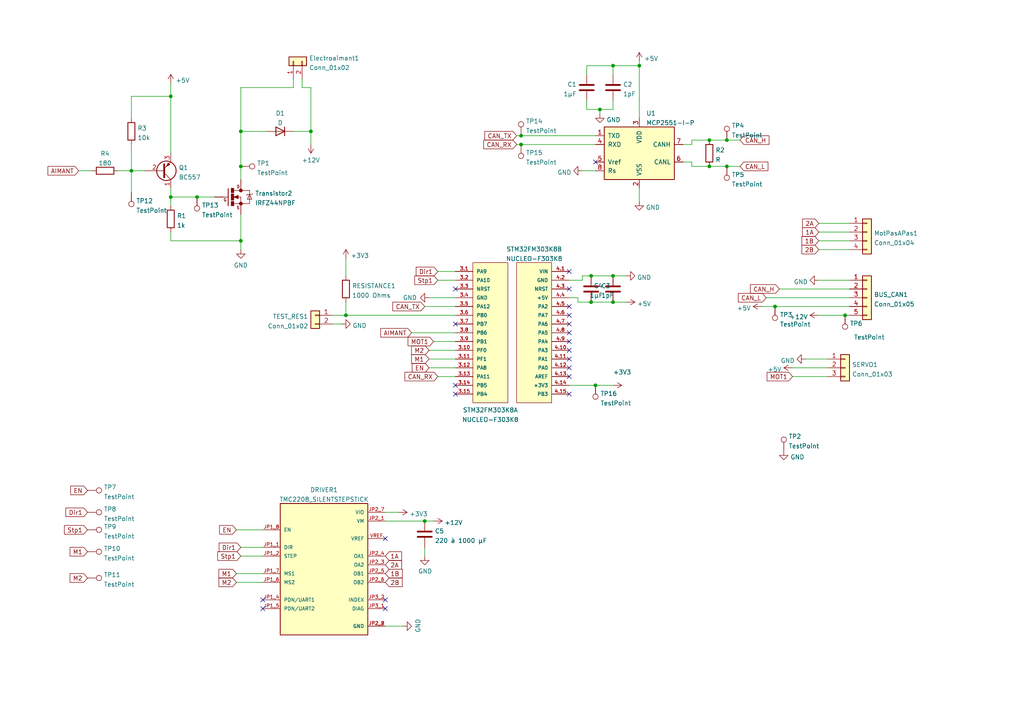
<source format=kicad_sch>
(kicad_sch (version 20211123) (generator eeschema)
  (paper "A4")
  (lib_symbols
    (symbol "Connector:TestPoint" (pin_numbers hide) (pin_names (offset 0.762) hide)
      (property "Reference" "TP" (at 0 6.858 0))
      (property "Value" "TestPoint" (at 0 5.08 0))
      (symbol "TestPoint_0_1"
        (circle (center 0 3.302) (radius 0.762))
      )
      (symbol "TestPoint_1_1"
        (pin passive line (at 0 0 90) (length 2.54) (name "1") (number "1"))
      )
    )
    (symbol "Connector_Generic:Conn_01x02" (pin_names (offset 1.016) hide)
      (property "Reference" "J" (at 0 2.54 0))
      (property "Value" "Conn_01x02" (at 0 -5.08 0))
      (symbol "Conn_01x02_1_1"
        (rectangle (start -1.27 -2.413) (end 0 -2.667) (stroke (width 0.1524)))
        (rectangle (start -1.27 0.127) (end 0 -0.127) (stroke (width 0.1524)))
        (rectangle (start -1.27 1.27) (end 1.27 -3.81) (stroke (width 0.254)) (fill (type background)))
        (pin passive line (at -5.08 0 0) (length 3.81) (name "Pin_1") (number "1"))
        (pin passive line (at -5.08 -2.54 0) (length 3.81) (name "Pin_2") (number "2"))
      )
    )
    (symbol "Connector_Generic:Conn_01x03" (pin_names (offset 1.016) hide)
      (property "Reference" "J" (at 0 5.08 0))
      (property "Value" "Conn_01x03" (at 0 -5.08 0))
      (symbol "Conn_01x03_1_1"
        (rectangle (start -1.27 -2.413) (end 0 -2.667) (stroke (width 0.1524)))
        (rectangle (start -1.27 0.127) (end 0 -0.127) (stroke (width 0.1524)))
        (rectangle (start -1.27 2.667) (end 0 2.413) (stroke (width 0.1524)))
        (rectangle (start -1.27 3.81) (end 1.27 -3.81) (stroke (width 0.254)) (fill (type background)))
        (pin passive line (at -5.08 2.54 0) (length 3.81) (name "Pin_1") (number "1"))
        (pin passive line (at -5.08 0 0) (length 3.81) (name "Pin_2") (number "2"))
        (pin passive line (at -5.08 -2.54 0) (length 3.81) (name "Pin_3") (number "3"))
      )
    )
    (symbol "Connector_Generic:Conn_01x04" (pin_names (offset 1.016) hide)
      (property "Reference" "J" (at 0 5.08 0))
      (property "Value" "Conn_01x04" (at 0 -7.62 0))
      (symbol "Conn_01x04_1_1"
        (rectangle (start -1.27 -4.953) (end 0 -5.207) (stroke (width 0.1524)))
        (rectangle (start -1.27 -2.413) (end 0 -2.667) (stroke (width 0.1524)))
        (rectangle (start -1.27 0.127) (end 0 -0.127) (stroke (width 0.1524)))
        (rectangle (start -1.27 2.667) (end 0 2.413) (stroke (width 0.1524)))
        (rectangle (start -1.27 3.81) (end 1.27 -6.35) (stroke (width 0.254)) (fill (type background)))
        (pin passive line (at -5.08 2.54 0) (length 3.81) (name "Pin_1") (number "1"))
        (pin passive line (at -5.08 0 0) (length 3.81) (name "Pin_2") (number "2"))
        (pin passive line (at -5.08 -2.54 0) (length 3.81) (name "Pin_3") (number "3"))
        (pin passive line (at -5.08 -5.08 0) (length 3.81) (name "Pin_4") (number "4"))
      )
    )
    (symbol "Connector_Generic:Conn_01x05" (pin_names (offset 1.016) hide)
      (property "Reference" "J" (at 0 7.62 0))
      (property "Value" "Conn_01x05" (at 0 -7.62 0))
      (symbol "Conn_01x05_1_1"
        (rectangle (start -1.27 -4.953) (end 0 -5.207) (stroke (width 0.1524)))
        (rectangle (start -1.27 -2.413) (end 0 -2.667) (stroke (width 0.1524)))
        (rectangle (start -1.27 0.127) (end 0 -0.127) (stroke (width 0.1524)))
        (rectangle (start -1.27 2.667) (end 0 2.413) (stroke (width 0.1524)))
        (rectangle (start -1.27 5.207) (end 0 4.953) (stroke (width 0.1524)))
        (rectangle (start -1.27 6.35) (end 1.27 -6.35) (stroke (width 0.254)) (fill (type background)))
        (pin passive line (at -5.08 5.08 0) (length 3.81) (name "Pin_1") (number "1"))
        (pin passive line (at -5.08 2.54 0) (length 3.81) (name "Pin_2") (number "2"))
        (pin passive line (at -5.08 0 0) (length 3.81) (name "Pin_3") (number "3"))
        (pin passive line (at -5.08 -2.54 0) (length 3.81) (name "Pin_4") (number "4"))
        (pin passive line (at -5.08 -5.08 0) (length 3.81) (name "Pin_5") (number "5"))
      )
    )
    (symbol "Device:C" (pin_numbers hide) (pin_names (offset 0.254))
      (property "Reference" "C" (at 0.635 2.54 0))
      (property "Value" "C" (at 0.635 -2.54 0))
      (symbol "C_0_1"
        (polyline (pts (xy -2.032 -0.762) (xy 2.032 -0.762)) (stroke (width 0.508)))
        (polyline (pts (xy -2.032 0.762) (xy 2.032 0.762)) (stroke (width 0.508)))
      )
      (symbol "C_1_1"
        (pin passive line (at 0 3.81 270) (length 2.794) (name "~") (number "1"))
        (pin passive line (at 0 -3.81 90) (length 2.794) (name "~") (number "2"))
      )
    )
    (symbol "Device:D" (pin_numbers hide) (pin_names (offset 1.016) hide)
      (property "Reference" "D" (at 0 2.54 0))
      (property "Value" "D" (at 0 -2.54 0))
      (symbol "D_0_1"
        (polyline (pts (xy -1.27 1.27) (xy -1.27 -1.27)) (stroke (width 0.254)))
        (polyline (pts (xy 1.27 0) (xy -1.27 0)))
        (polyline (pts (xy 1.27 1.27) (xy 1.27 -1.27) (xy -1.27 0) (xy 1.27 1.27)) (stroke (width 0.254)))
      )
      (symbol "D_1_1"
        (pin passive line (at -3.81 0 0) (length 2.54) (name "K") (number "1"))
        (pin passive line (at 3.81 0 180) (length 2.54) (name "A") (number "2"))
      )
    )
    (symbol "Device:R" (pin_numbers hide) (pin_names (offset 0))
      (property "Reference" "R" (at 2.032 0 90))
      (property "Value" "R" (at 0 0 90))
      (symbol "R_0_1"
        (rectangle (start -1.016 -2.54) (end 1.016 2.54) (stroke (width 0.254)))
      )
      (symbol "R_1_1"
        (pin passive line (at 0 3.81 270) (length 1.27) (name "~") (number "1"))
        (pin passive line (at 0 -3.81 90) (length 1.27) (name "~") (number "2"))
      )
    )
    (symbol "IRFZ44NPBF:IRFZ44NPBF" (pin_numbers hide) (pin_names (offset 1.016) hide)
      (property "Reference" "U" (at 5.08 2.54 0))
      (property "Value" "IRFZ44NPBF" (at 5.08 0 0))
      (symbol "IRFZ44NPBF_0_0"
        (rectangle (start -2.794 -2.54) (end -2.032 -1.27) (fill (type outline)))
        (rectangle (start -2.794 -0.889) (end -2.032 0.889) (fill (type outline)))
        (rectangle (start -2.794 1.27) (end -2.032 2.54) (fill (type outline)))
        (circle (center 0 -1.905) (radius 0.127) (stroke (width 0.4064)))
        (polyline (pts (xy -3.81 0) (xy -5.08 0)) (stroke (width 0.1524)))
        (polyline (pts (xy -3.6576 2.413) (xy -3.6576 -2.54)) (stroke (width 0.254)))
        (polyline (pts (xy -2.032 -1.905) (xy 0 -1.905)) (stroke (width 0.1524)))
        (polyline (pts (xy -2.032 0) (xy -0.762 -0.508)) (stroke (width 0.1524)))
        (polyline (pts (xy -1.778 0) (xy -0.889 -0.254)) (stroke (width 0.3048)))
        (polyline (pts (xy -0.889 -0.254) (xy -0.889 0)) (stroke (width 0.3048)))
        (polyline (pts (xy -0.889 0) (xy -1.143 0)) (stroke (width 0.3048)))
        (polyline (pts (xy -0.889 0) (xy 0 0)) (stroke (width 0.1524)))
        (polyline (pts (xy -0.889 0.254) (xy -1.778 0)) (stroke (width 0.3048)))
        (polyline (pts (xy -0.762 -0.508) (xy -0.762 0.508)) (stroke (width 0.1524)))
        (polyline (pts (xy -0.762 0.508) (xy -2.032 0)) (stroke (width 0.1524)))
        (polyline (pts (xy 0 -1.905) (xy 0 -2.54)) (stroke (width 0.1524)))
        (polyline (pts (xy 0 0) (xy 0 -1.905)) (stroke (width 0.1524)))
        (polyline (pts (xy 0 1.905) (xy -2.0066 1.905)) (stroke (width 0.1524)))
        (polyline (pts (xy 0 1.905) (xy 2.54 1.905)) (stroke (width 0.1524)))
        (polyline (pts (xy 0 2.54) (xy 0 1.905)) (stroke (width 0.1524)))
        (polyline (pts (xy 1.905 -0.635) (xy 3.175 -0.635)) (stroke (width 0.1524)))
        (polyline (pts (xy 1.905 0.762) (xy 1.651 0.508)) (stroke (width 0.1524)))
        (polyline (pts (xy 1.905 0.762) (xy 2.54 0.762)) (stroke (width 0.1524)))
        (polyline (pts (xy 2.54 -1.905) (xy 0 -1.905)) (stroke (width 0.1524)))
        (polyline (pts (xy 2.54 0.762) (xy 1.905 -0.635)) (stroke (width 0.1524)))
        (polyline (pts (xy 2.54 0.762) (xy 2.54 -1.905)) (stroke (width 0.1524)))
        (polyline (pts (xy 2.54 0.762) (xy 3.175 0.762)) (stroke (width 0.1524)))
        (polyline (pts (xy 2.54 1.905) (xy 2.54 0.762)) (stroke (width 0.1524)))
        (polyline (pts (xy 3.175 -0.635) (xy 2.54 0.762)) (stroke (width 0.1524)))
        (polyline (pts (xy 3.175 0.762) (xy 3.429 1.016)) (stroke (width 0.1524)))
        (circle (center 0 1.905) (radius 0.127) (stroke (width 0.4064)))
        (text "D" (at -1.27 2.54 0) (effects (font (size 0.8128 0.8128)) (justify left bottom)))
        (text "G" (at -5.08 -1.27 0) (effects (font (size 0.8128 0.8128)) (justify left bottom)))
        (text "S" (at -1.27 -3.556 0) (effects (font (size 0.8128 0.8128)) (justify left bottom)))
        (pin passive line (at -7.62 0 0) (length 2.54) (name "~") (number "1"))
        (pin passive line (at 0 5.08 270) (length 2.54) (name "~") (number "2"))
        (pin passive line (at 0 -5.08 90) (length 2.54) (name "~") (number "3"))
      )
    )
    (symbol "Interface_CAN_LIN:MCP2551-I-P" (pin_names (offset 1.016))
      (property "Reference" "U" (at -10.16 8.89 0))
      (property "Value" "MCP2551-I-P" (at 2.54 8.89 0))
      (symbol "MCP2551-I-P_0_1"
        (rectangle (start -10.16 7.62) (end 10.16 -7.62) (stroke (width 0.254)) (fill (type background)))
      )
      (symbol "MCP2551-I-P_1_1"
        (pin input line (at -12.7 5.08 0) (length 2.54) (name "TXD") (number "1"))
        (pin power_in line (at 0 -10.16 90) (length 2.54) (name "VSS") (number "2"))
        (pin power_in line (at 0 10.16 270) (length 2.54) (name "VDD") (number "3"))
        (pin output line (at -12.7 2.54 0) (length 2.54) (name "RXD") (number "4"))
        (pin power_out line (at -12.7 -2.54 0) (length 2.54) (name "Vref") (number "5"))
        (pin bidirectional line (at 12.7 -2.54 180) (length 2.54) (name "CANL") (number "6"))
        (pin bidirectional line (at 12.7 2.54 180) (length 2.54) (name "CANH") (number "7"))
        (pin input line (at -12.7 -5.08 0) (length 2.54) (name "Rs") (number "8"))
      )
    )
    (symbol "NUCLEO-F303K8:NUCLEO-F303K8" (pin_names (offset 1.016))
      (property "Reference" "A" (at -5.08 20.8534 0))
      (property "Value" "NUCLEO-F303K8" (at -5.08 -22.6314 0))
      (symbol "NUCLEO-F303K8_1_0"
        (rectangle (start -5.08 -20.32) (end 5.08 20.32) (stroke (width 0.1524)) (fill (type background)))
        (pin bidirectional line (at 10.16 17.78 180) (length 5.08) (name "PA9") (number "3.1"))
        (pin bidirectional line (at 10.16 -5.08 180) (length 5.08) (name "PF0") (number "3.10"))
        (pin bidirectional line (at 10.16 -7.62 180) (length 5.08) (name "PF1") (number "3.11"))
        (pin bidirectional line (at 10.16 -10.16 180) (length 5.08) (name "PA8") (number "3.12"))
        (pin bidirectional line (at 10.16 -12.7 180) (length 5.08) (name "PA11") (number "3.13"))
        (pin bidirectional line (at 10.16 -15.24 180) (length 5.08) (name "PB5") (number "3.14"))
        (pin bidirectional line (at 10.16 -17.78 180) (length 5.08) (name "PB4") (number "3.15"))
        (pin bidirectional line (at 10.16 15.24 180) (length 5.08) (name "PA10") (number "3.2"))
        (pin bidirectional line (at 10.16 12.7 180) (length 5.08) (name "NRST") (number "3.3"))
        (pin bidirectional line (at 10.16 10.16 180) (length 5.08) (name "GND") (number "3.4"))
        (pin bidirectional line (at 10.16 7.62 180) (length 5.08) (name "PA12") (number "3.5"))
        (pin bidirectional line (at 10.16 5.08 180) (length 5.08) (name "PB0") (number "3.6"))
        (pin bidirectional line (at 10.16 2.54 180) (length 5.08) (name "PB7") (number "3.7"))
        (pin bidirectional line (at 10.16 0 180) (length 5.08) (name "PB6") (number "3.8"))
        (pin bidirectional line (at 10.16 -2.54 180) (length 5.08) (name "PB1") (number "3.9"))
      )
      (symbol "NUCLEO-F303K8_2_0"
        (rectangle (start -5.08 -20.32) (end 5.08 20.32) (stroke (width 0.1524)) (fill (type background)))
        (pin bidirectional line (at 10.16 17.78 180) (length 5.08) (name "VIN") (number "4.1"))
        (pin bidirectional line (at 10.16 -5.08 180) (length 5.08) (name "PA3") (number "4.10"))
        (pin bidirectional line (at 10.16 -7.62 180) (length 5.08) (name "PA1") (number "4.11"))
        (pin bidirectional line (at 10.16 -10.16 180) (length 5.08) (name "PA0") (number "4.12"))
        (pin bidirectional line (at 10.16 -12.7 180) (length 5.08) (name "AREF") (number "4.13"))
        (pin bidirectional line (at 10.16 -15.24 180) (length 5.08) (name "+3V3") (number "4.14"))
        (pin bidirectional line (at 10.16 -17.78 180) (length 5.08) (name "PB3") (number "4.15"))
        (pin bidirectional line (at 10.16 15.24 180) (length 5.08) (name "GND") (number "4.2"))
        (pin bidirectional line (at 10.16 12.7 180) (length 5.08) (name "NRST") (number "4.3"))
        (pin bidirectional line (at 10.16 10.16 180) (length 5.08) (name "+5V") (number "4.4"))
        (pin bidirectional line (at 10.16 7.62 180) (length 5.08) (name "PA2") (number "4.5"))
        (pin bidirectional line (at 10.16 5.08 180) (length 5.08) (name "PA7") (number "4.6"))
        (pin bidirectional line (at 10.16 2.54 180) (length 5.08) (name "PA6") (number "4.7"))
        (pin bidirectional line (at 10.16 0 180) (length 5.08) (name "PA5") (number "4.8"))
        (pin bidirectional line (at 10.16 -2.54 180) (length 5.08) (name "PA4") (number "4.9"))
      )
    )
    (symbol "TMC2208_SILENTSTEPSTICK:TMC2208_SILENTSTEPSTICK" (pin_names (offset 1.016))
      (property "Reference" "U" (at -12.7 19.05 0))
      (property "Value" "TMC2208_SILENTSTEPSTICK" (at -12.7 -22.86 0))
      (symbol "TMC2208_SILENTSTEPSTICK_0_0"
        (rectangle (start -12.7 -20.32) (end 12.7 17.78) (stroke (width 0.254)) (fill (type background)))
        (pin input line (at -17.78 5.08 0) (length 5.08) (name "DIR") (number "JP1_1"))
        (pin input line (at -17.78 2.54 0) (length 5.08) (name "STEP") (number "JP1_2"))
        (pin bidirectional line (at -17.78 -10.16 0) (length 5.08) (name "PDN/UART1") (number "JP1_4"))
        (pin bidirectional line (at -17.78 -12.7 0) (length 5.08) (name "PDN/UART2") (number "JP1_5"))
        (pin input line (at -17.78 -5.08 0) (length 5.08) (name "MS2") (number "JP1_6"))
        (pin input line (at -17.78 -2.54 0) (length 5.08) (name "MS1") (number "JP1_7"))
        (pin input line (at -17.78 10.16 0) (length 5.08) (name "EN") (number "JP1_8"))
        (pin power_in line (at 17.78 12.7 180) (length 5.08) (name "VM") (number "JP2_1"))
        (pin power_in line (at 17.78 -17.78 180) (length 5.08) (name "GND") (number "JP2_2"))
        (pin passive line (at 17.78 0 180) (length 5.08) (name "OA2") (number "JP2_3"))
        (pin passive line (at 17.78 2.54 180) (length 5.08) (name "OA1") (number "JP2_4"))
        (pin passive line (at 17.78 -2.54 180) (length 5.08) (name "OB1") (number "JP2_5"))
        (pin passive line (at 17.78 -5.08 180) (length 5.08) (name "OB2") (number "JP2_6"))
        (pin power_in line (at 17.78 15.24 180) (length 5.08) (name "VIO") (number "JP2_7"))
        (pin power_in line (at 17.78 -17.78 180) (length 5.08) (name "GND") (number "JP2_8"))
        (pin output line (at 17.78 -12.7 180) (length 5.08) (name "DIAG") (number "JP3_1"))
        (pin output line (at 17.78 -10.16 180) (length 5.08) (name "INDEX") (number "JP3_2"))
        (pin passive line (at 17.78 7.62 180) (length 5.08) (name "VREF") (number "VREF"))
      )
    )
    (symbol "Transistor_BJT:BC557" (pin_names (offset 0) hide)
      (property "Reference" "Q" (at 5.08 1.905 0))
      (property "Value" "BC557" (at 5.08 0 0))
      (symbol "BC557_0_1"
        (polyline (pts (xy 0.635 0.635) (xy 2.54 2.54)))
        (polyline (pts (xy 0.635 -0.635) (xy 2.54 -2.54) (xy 2.54 -2.54)))
        (polyline (pts (xy 0.635 1.905) (xy 0.635 -1.905) (xy 0.635 -1.905)) (stroke (width 0.508)))
        (polyline (pts (xy 2.286 -1.778) (xy 1.778 -2.286) (xy 1.27 -1.27) (xy 2.286 -1.778) (xy 2.286 -1.778)) (fill (type outline)))
        (circle (center 1.27 0) (radius 2.8194) (stroke (width 0.254)))
      )
      (symbol "BC557_1_1"
        (pin passive line (at 2.54 5.08 270) (length 2.54) (name "C") (number "1"))
        (pin input line (at -5.08 0 0) (length 5.715) (name "B") (number "2"))
        (pin passive line (at 2.54 -5.08 90) (length 2.54) (name "E") (number "3"))
      )
    )
    (symbol "power:+12V" (power) (pin_names (offset 0))
      (property "Value" "+12V" (at 0 3.556 0))
      (symbol "+12V_0_1"
        (polyline (pts (xy -0.762 1.27) (xy 0 2.54)))
        (polyline (pts (xy 0 0) (xy 0 2.54)))
        (polyline (pts (xy 0 2.54) (xy 0.762 1.27)))
      )
      (symbol "+12V_1_1"
        (pin power_in line (at 0 0 90) (length 0) hide (name "+12V") (number "1"))
      )
    )
    (symbol "power:+3.3V" (power) (pin_names (offset 0))
      (property "Value" "+3.3V" (at 0 3.556 0))
      (symbol "+3.3V_0_1"
        (polyline (pts (xy -0.762 1.27) (xy 0 2.54)))
        (polyline (pts (xy 0 0) (xy 0 2.54)))
        (polyline (pts (xy 0 2.54) (xy 0.762 1.27)))
      )
      (symbol "+3.3V_1_1"
        (pin power_in line (at 0 0 90) (length 0) hide (name "+3V3") (number "1"))
      )
    )
    (symbol "power:+5V" (power) (pin_names (offset 0))
      (property "Value" "+5V" (at 0 3.556 0))
      (symbol "+5V_0_1"
        (polyline (pts (xy -0.762 1.27) (xy 0 2.54)))
        (polyline (pts (xy 0 0) (xy 0 2.54)))
        (polyline (pts (xy 0 2.54) (xy 0.762 1.27)))
      )
      (symbol "+5V_1_1"
        (pin power_in line (at 0 0 90) (length 0) hide (name "+5V") (number "1"))
      )
    )
    (symbol "power:GND" (power) (pin_names (offset 0))
      (property "Value" "GND" (at 0 -3.81 0))
      (symbol "GND_0_1"
        (polyline (pts (xy 0 0) (xy 0 -1.27) (xy 1.27 -1.27) (xy 0 -2.54) (xy -1.27 -1.27) (xy 0 -1.27)))
      )
      (symbol "GND_1_1"
        (pin power_in line (at 0 0 270) (length 0) hide (name "GND") (number "1"))
      )
    )
  )
  (junction (at 172.72 111.76))
  (junction (at 210.82 48.26))
  (junction (at 224.79 88.9))
  (junction (at 177.8 87.63))
  (junction (at 205.74 40.64))
  (junction (at 177.8 80.01))
  (junction (at 69.85 38.1))
  (junction (at 151.13 39.37))
  (junction (at 57.15 57.15))
  (junction (at 205.74 48.26))
  (junction (at 123.19 151.13))
  (junction (at 100.33 91.44))
  (junction (at 151.13 41.91))
  (junction (at 69.85 48.26))
  (junction (at 171.45 87.63))
  (junction (at 177.8 19.05))
  (junction (at 173.99 31.75))
  (junction (at 210.82 40.64))
  (junction (at 245.11 91.44))
  (junction (at 38.1 49.53))
  (junction (at 49.53 27.94))
  (junction (at 49.53 57.15))
  (junction (at 185.42 19.05))
  (junction (at 69.85 69.85))
  (junction (at 90.17 38.1))
  (junction (at 171.45 80.01))
  (no_connect (at 165.1 88.9))
  (no_connect (at 165.1 91.44))
  (no_connect (at 132.08 83.82))
  (no_connect (at 132.08 93.98))
  (no_connect (at 132.08 111.76))
  (no_connect (at 132.08 114.3))
  (no_connect (at 165.1 78.74))
  (no_connect (at 172.72 46.99))
  (no_connect (at 76.2 173.99))
  (no_connect (at 111.76 173.99))
  (no_connect (at 111.76 176.53))
  (no_connect (at 111.76 156.21))
  (no_connect (at 165.1 93.98))
  (no_connect (at 165.1 96.52))
  (no_connect (at 165.1 99.06))
  (no_connect (at 165.1 101.6))
  (no_connect (at 165.1 104.14))
  (no_connect (at 165.1 106.68))
  (no_connect (at 165.1 83.82))
  (no_connect (at 165.1 109.22))
  (no_connect (at 165.1 114.3))
  (no_connect (at 76.2 176.53))
  (wire (pts (xy 224.79 88.9) (xy 246.38 88.9)))
  (wire (pts (xy 127 78.74) (xy 132.08 78.74)))
  (wire (pts (xy 171.45 80.01) (xy 177.8 80.01)))
  (wire (pts (xy 124.46 101.6) (xy 132.08 101.6)))
  (wire (pts (xy 237.49 67.31) (xy 246.38 67.31)))
  (wire (pts (xy 69.85 48.26) (xy 69.85 52.07)))
  (wire (pts (xy 38.1 49.53) (xy 38.1 55.88)))
  (wire (pts (xy 127 109.22) (xy 132.08 109.22)))
  (wire (pts (xy 200.66 41.91) (xy 200.66 40.64)))
  (wire (pts (xy 226.06 83.82) (xy 246.38 83.82)))
  (wire (pts (xy 170.18 29.21) (xy 170.18 31.75)))
  (wire (pts (xy 229.87 106.68) (xy 240.03 106.68)))
  (wire (pts (xy 96.52 91.44) (xy 100.33 91.44)))
  (wire (pts (xy 111.76 151.13) (xy 123.19 151.13)))
  (wire (pts (xy 123.19 158.75) (xy 123.19 161.29)))
  (wire (pts (xy 34.29 49.53) (xy 38.1 49.53)))
  (wire (pts (xy 100.33 91.44) (xy 132.08 91.44)))
  (wire (pts (xy 173.99 31.75) (xy 173.99 33.02)))
  (wire (pts (xy 119.38 96.52) (xy 132.08 96.52)))
  (wire (pts (xy 90.17 25.4) (xy 90.17 38.1)))
  (wire (pts (xy 200.66 40.64) (xy 205.74 40.64)))
  (wire (pts (xy 170.18 19.05) (xy 177.8 19.05)))
  (wire (pts (xy 165.1 111.76) (xy 172.72 111.76)))
  (wire (pts (xy 87.63 25.4) (xy 90.17 25.4)))
  (wire (pts (xy 124.46 106.68) (xy 132.08 106.68)))
  (wire (pts (xy 38.1 27.94) (xy 38.1 34.29)))
  (wire (pts (xy 200.66 48.26) (xy 205.74 48.26)))
  (wire (pts (xy 123.19 151.13) (xy 125.73 151.13)))
  (wire (pts (xy 49.53 67.31) (xy 49.53 69.85)))
  (wire (pts (xy 205.74 40.64) (xy 210.82 40.64)))
  (wire (pts (xy 177.8 29.21) (xy 177.8 31.75)))
  (wire (pts (xy 185.42 17.78) (xy 185.42 19.05)))
  (wire (pts (xy 123.19 88.9) (xy 132.08 88.9)))
  (wire (pts (xy 68.58 153.67) (xy 76.2 153.67)))
  (wire (pts (xy 69.85 62.23) (xy 69.85 69.85)))
  (wire (pts (xy 69.85 38.1) (xy 77.47 38.1)))
  (wire (pts (xy 245.11 91.44) (xy 246.38 91.44)))
  (wire (pts (xy 57.15 57.15) (xy 62.23 57.15)))
  (wire (pts (xy 168.91 80.01) (xy 171.45 80.01)))
  (wire (pts (xy 49.53 27.94) (xy 49.53 44.45)))
  (wire (pts (xy 149.86 41.91) (xy 151.13 41.91)))
  (wire (pts (xy 198.12 41.91) (xy 200.66 41.91)))
  (wire (pts (xy 49.53 57.15) (xy 49.53 59.69)))
  (wire (pts (xy 125.73 99.06) (xy 132.08 99.06)))
  (wire (pts (xy 210.82 48.26) (xy 214.63 48.26)))
  (wire (pts (xy 165.1 81.28) (xy 168.91 81.28)))
  (wire (pts (xy 220.98 88.9) (xy 224.79 88.9)))
  (wire (pts (xy 69.85 38.1) (xy 69.85 48.26)))
  (wire (pts (xy 111.76 181.61) (xy 116.84 181.61)))
  (wire (pts (xy 38.1 41.91) (xy 38.1 49.53)))
  (wire (pts (xy 87.63 22.86) (xy 87.63 25.4)))
  (wire (pts (xy 210.82 40.64) (xy 214.63 40.64)))
  (wire (pts (xy 185.42 54.61) (xy 185.42 58.42)))
  (wire (pts (xy 177.8 19.05) (xy 177.8 21.59)))
  (wire (pts (xy 167.64 86.36) (xy 167.64 87.63)))
  (wire (pts (xy 100.33 87.63) (xy 100.33 91.44)))
  (wire (pts (xy 151.13 41.91) (xy 172.72 41.91)))
  (wire (pts (xy 177.8 19.05) (xy 185.42 19.05)))
  (wire (pts (xy 168.91 81.28) (xy 168.91 80.01)))
  (wire (pts (xy 165.1 86.36) (xy 167.64 86.36)))
  (wire (pts (xy 233.68 104.14) (xy 240.03 104.14)))
  (wire (pts (xy 69.85 69.85) (xy 69.85 72.39)))
  (wire (pts (xy 237.49 91.44) (xy 245.11 91.44)))
  (wire (pts (xy 171.45 87.63) (xy 177.8 87.63)))
  (wire (pts (xy 49.53 69.85) (xy 69.85 69.85)))
  (wire (pts (xy 124.46 104.14) (xy 132.08 104.14)))
  (wire (pts (xy 185.42 19.05) (xy 185.42 34.29)))
  (wire (pts (xy 49.53 24.13) (xy 49.53 27.94)))
  (wire (pts (xy 172.72 111.76) (xy 177.8 111.76)))
  (wire (pts (xy 68.58 168.91) (xy 76.2 168.91)))
  (wire (pts (xy 173.99 31.75) (xy 177.8 31.75)))
  (wire (pts (xy 85.09 38.1) (xy 90.17 38.1)))
  (wire (pts (xy 69.85 158.75) (xy 76.2 158.75)))
  (wire (pts (xy 237.49 72.39) (xy 246.38 72.39)))
  (wire (pts (xy 222.25 86.36) (xy 246.38 86.36)))
  (wire (pts (xy 170.18 31.75) (xy 173.99 31.75)))
  (wire (pts (xy 100.33 74.93) (xy 100.33 80.01)))
  (wire (pts (xy 69.85 38.1) (xy 69.85 25.4)))
  (wire (pts (xy 170.18 21.59) (xy 170.18 19.05)))
  (wire (pts (xy 205.74 48.26) (xy 210.82 48.26)))
  (wire (pts (xy 177.8 80.01) (xy 181.61 80.01)))
  (wire (pts (xy 69.85 25.4) (xy 85.09 25.4)))
  (wire (pts (xy 38.1 49.53) (xy 41.91 49.53)))
  (wire (pts (xy 198.12 46.99) (xy 200.66 46.99)))
  (wire (pts (xy 237.49 69.85) (xy 246.38 69.85)))
  (wire (pts (xy 237.49 64.77) (xy 246.38 64.77)))
  (wire (pts (xy 68.58 166.37) (xy 76.2 166.37)))
  (wire (pts (xy 200.66 46.99) (xy 200.66 48.26)))
  (wire (pts (xy 149.86 39.37) (xy 151.13 39.37)))
  (wire (pts (xy 229.87 109.22) (xy 240.03 109.22)))
  (wire (pts (xy 90.17 38.1) (xy 90.17 41.91)))
  (wire (pts (xy 168.91 49.53) (xy 172.72 49.53)))
  (wire (pts (xy 151.13 39.37) (xy 172.72 39.37)))
  (wire (pts (xy 167.64 87.63) (xy 171.45 87.63)))
  (wire (pts (xy 127 81.28) (xy 132.08 81.28)))
  (wire (pts (xy 237.49 81.28) (xy 246.38 81.28)))
  (wire (pts (xy 49.53 57.15) (xy 57.15 57.15)))
  (wire (pts (xy 124.46 86.36) (xy 132.08 86.36)))
  (wire (pts (xy 38.1 27.94) (xy 49.53 27.94)))
  (wire (pts (xy 49.53 54.61) (xy 49.53 57.15)))
  (wire (pts (xy 99.06 93.98) (xy 96.52 93.98)))
  (wire (pts (xy 111.76 148.59) (xy 115.57 148.59)))
  (wire (pts (xy 22.86 49.53) (xy 26.67 49.53)))
  (wire (pts (xy 69.85 161.29) (xy 76.2 161.29)))
  (wire (pts (xy 177.8 87.63) (xy 181.61 87.63)))
  (wire (pts (xy 85.09 22.86) (xy 85.09 25.4)))
  (global_label "2A" (shape input) (at 237.49 64.77 180) (property "Intersheet References" "${INTERSHEET_REFS}" (effects hide)))
  (global_label "1B" (shape input) (at 111.76 166.37 0) (property "Intersheet References" "${INTERSHEET_REFS}" (effects hide)))
  (global_label "MOT1" (shape input) (at 229.87 109.22 180) (property "Intersheet References" "${INTERSHEET_REFS}" (effects hide)))
  (global_label "2B" (shape input) (at 111.76 168.91 0) (property "Intersheet References" "${INTERSHEET_REFS}" (effects hide)))
  (global_label "Stp1" (shape input) (at 69.85 161.29 180) (property "Intersheet References" "${INTERSHEET_REFS}" (effects hide)))
  (global_label "M1" (shape input) (at 25.4 160.02 180) (property "Intersheet References" "${INTERSHEET_REFS}" (effects hide)))
  (global_label "Dir1" (shape input) (at 127 78.74 180) (property "Intersheet References" "${INTERSHEET_REFS}" (effects hide)))
  (global_label "Dir1" (shape input) (at 25.4 148.59 180) (property "Intersheet References" "${INTERSHEET_REFS}" (effects hide)))
  (global_label "CAN_L" (shape input) (at 214.63 48.26 0) (property "Intersheet References" "${INTERSHEET_REFS}" (effects hide)))
  (global_label "M2" (shape input) (at 124.46 101.6 180) (property "Intersheet References" "${INTERSHEET_REFS}" (effects hide)))
  (global_label "CAN_RX" (shape input) (at 127 109.22 180) (property "Intersheet References" "${INTERSHEET_REFS}" (effects hide)))
  (global_label "CAN_TX" (shape input) (at 149.86 39.37 180) (property "Intersheet References" "${INTERSHEET_REFS}" (effects hide)))
  (global_label "2B" (shape input) (at 237.49 72.39 180) (property "Intersheet References" "${INTERSHEET_REFS}" (effects hide)))
  (global_label "M1" (shape input) (at 124.46 104.14 180) (property "Intersheet References" "${INTERSHEET_REFS}" (effects hide)))
  (global_label "CAN_L" (shape input) (at 222.25 86.36 180) (property "Intersheet References" "${INTERSHEET_REFS}" (effects hide)))
  (global_label "CAN_TX" (shape input) (at 123.19 88.9 180) (property "Intersheet References" "${INTERSHEET_REFS}" (effects hide)))
  (global_label "CAN_H" (shape input) (at 226.06 83.82 180) (property "Intersheet References" "${INTERSHEET_REFS}" (effects hide)))
  (global_label "AIMANT" (shape input) (at 22.86 49.53 180) (property "Intersheet References" "${INTERSHEET_REFS}" (effects hide)))
  (global_label "EN" (shape input) (at 68.58 153.67 180) (property "Intersheet References" "${INTERSHEET_REFS}" (effects hide)))
  (global_label "Stp1" (shape input) (at 127 81.28 180) (property "Intersheet References" "${INTERSHEET_REFS}" (effects hide)))
  (global_label "1B" (shape input) (at 237.49 69.85 180) (property "Intersheet References" "${INTERSHEET_REFS}" (effects hide)))
  (global_label "M2" (shape input) (at 25.4 167.64 180) (property "Intersheet References" "${INTERSHEET_REFS}" (effects hide)))
  (global_label "2A" (shape input) (at 111.76 163.83 0) (property "Intersheet References" "${INTERSHEET_REFS}" (effects hide)))
  (global_label "M2" (shape input) (at 68.58 168.91 180) (property "Intersheet References" "${INTERSHEET_REFS}" (effects hide)))
  (global_label "Stp1" (shape input) (at 25.4 153.67 180) (property "Intersheet References" "${INTERSHEET_REFS}" (effects hide)))
  (global_label "MOT1" (shape input) (at 125.73 99.06 180) (property "Intersheet References" "${INTERSHEET_REFS}" (effects hide)))
  (global_label "CAN_RX" (shape input) (at 149.86 41.91 180) (property "Intersheet References" "${INTERSHEET_REFS}" (effects hide)))
  (global_label "M1" (shape input) (at 68.58 166.37 180) (property "Intersheet References" "${INTERSHEET_REFS}" (effects hide)))
  (global_label "Dir1" (shape input) (at 69.85 158.75 180) (property "Intersheet References" "${INTERSHEET_REFS}" (effects hide)))
  (global_label "EN" (shape input) (at 25.4 142.24 180) (property "Intersheet References" "${INTERSHEET_REFS}" (effects hide)))
  (global_label "CAN_H" (shape input) (at 214.63 40.64 0) (property "Intersheet References" "${INTERSHEET_REFS}" (effects hide)))
  (global_label "AIMANT" (shape input) (at 119.38 96.52 180) (property "Intersheet References" "${INTERSHEET_REFS}" (effects hide)))
  (global_label "1A" (shape input) (at 237.49 67.31 180) (property "Intersheet References" "${INTERSHEET_REFS}" (effects hide)))
  (global_label "EN" (shape input) (at 124.46 106.68 180) (property "Intersheet References" "${INTERSHEET_REFS}" (effects hide)))
  (global_label "1A" (shape input) (at 111.76 161.29 0) (property "Intersheet References" "${INTERSHEET_REFS}" (effects hide)))
  (symbol (lib_id "Device:C") (at 177.8 83.82 0) (unit 1)
    (property "Reference" "C4" (at 174.879 82.9115 0) (effects (justify right)))
    (property "Value" "1µF" (at 174.879 85.6866 0) (effects (justify right)))
    (property "Footprint" "Capacitor_SMD:C_1206_3216Metric" (effects hide))
  )
  (symbol (lib_id "Connector:TestPoint") (at 245.11 91.44 180) (unit 1)
    (property "Reference" "TP6" (at 246.507 93.8335 0) (effects (justify right)))
    (property "Value" "TestPoint" (at 247.65 97.79 0) (effects (justify right)))
    (property "Footprint" "TestPoint:TestPoint_Pad_D2.0mm" (effects hide))
  )
  (symbol (lib_id "Connector:TestPoint") (at 172.72 111.76 180) (unit 1)
    (property "Reference" "TP16" (at 174.117 114.1535 0) (effects (justify right)))
    (property "Value" "TestPoint" (at 174.117 116.9286 0) (effects (justify right)))
    (property "Footprint" "TestPoint:TestPoint_Pad_D2.0mm" (effects hide))
  )
  (symbol (lib_id "Connector:TestPoint") (at 25.4 160.02 270) (unit 1)
    (property "Reference" "TP10" (at 30.099 159.1115 90) (effects (justify left)))
    (property "Value" "TestPoint" (at 30.099 161.8866 90) (effects (justify left)))
    (property "Footprint" "TestPoint:TestPoint_Pad_D2.0mm" (effects hide))
  )
  (symbol (lib_id "Device:C") (at 177.8 25.4 0) (unit 1)
    (property "Reference" "C2" (at 180.721 24.4915 0) (effects (justify left)))
    (property "Value" "1pF" (at 180.721 27.2666 0) (effects (justify left)))
    (property "Footprint" "Capacitor_SMD:C_1206_3216Metric" (effects hide))
  )
  (symbol (lib_id "power:+5V") (at 220.98 88.9 90) (mirror x) (unit 1)
    (property "Reference" "#PWR0120" (effects hide))
    (property "Value" "+5V" (at 217.8051 89.379 90) (effects (justify left)))
  )
  (symbol (lib_id "power:GND") (at 227.33 130.81 0) (unit 1)
    (property "Reference" "#PWR0122" (effects hide))
    (property "Value" "GND" (at 229.235 132.559 0) (effects (justify left)))
  )
  (symbol (lib_id "Connector_Generic:Conn_01x02") (at 91.44 91.44 0) (mirror y) (unit 1)
    (property "Reference" "TEST_RES1" (at 89.408 91.8015 0) (effects (justify left)))
    (property "Value" "Conn_01x02" (at 89.408 94.5766 0) (effects (justify left)))
    (property "Footprint" "Connector_PinSocket_2.54mm:PinSocket_1x02_P2.54mm_Vertical" (effects hide))
  )
  (symbol (lib_id "Connector:TestPoint") (at 151.13 41.91 180) (unit 1)
    (property "Reference" "TP15" (at 152.527 44.3035 0) (effects (justify right)))
    (property "Value" "TestPoint" (at 152.527 47.0786 0) (effects (justify right)))
    (property "Footprint" "TestPoint:TestPoint_Pad_D2.0mm" (effects hide))
  )
  (symbol (lib_id "power:GND") (at 237.49 81.28 270) (unit 1)
    (property "Reference" "#PWR0108" (effects hide))
    (property "Value" "GND" (at 234.3151 81.759 90) (effects (justify right)))
  )
  (symbol (lib_id "NUCLEO-F303K8:NUCLEO-F303K8") (at 154.94 96.52 0) (unit 2)
    (property "Reference" "STM32FM303K8" (at 154.94 72.2843 0))
    (property "Value" "NUCLEO-F303K8" (at 154.94 75.0594 0))
    (property "Footprint" "empreinte:iou" (effects hide))
    (property "MANUFACTURER" "ST Microelectronics" (effects hide))
    (property "STANDARD" "Manufacturer rEcommendation" (effects hide))
    (property "PARTREV" "3" (effects hide))
  )
  (symbol (lib_id "power:GND") (at 168.91 49.53 270) (unit 1)
    (property "Reference" "#PWR0119" (effects hide))
    (property "Value" "GND" (at 165.7351 50.009 90) (effects (justify right)))
  )
  (symbol (lib_id "Connector:TestPoint") (at 25.4 153.67 270) (unit 1)
    (property "Reference" "TP9" (at 30.099 152.7615 90) (effects (justify left)))
    (property "Value" "TestPoint" (at 30.099 155.5366 90) (effects (justify left)))
    (property "Footprint" "TestPoint:TestPoint_Pad_D2.0mm" (effects hide))
  )
  (symbol (lib_id "Device:R") (at 38.1 38.1 180) (unit 1)
    (property "Reference" "R3" (at 39.878 37.1915 0) (effects (justify right)))
    (property "Value" "10k" (at 39.878 39.9666 0) (effects (justify right)))
    (property "Footprint" "Resistor_THT:R_Axial_DIN0207_L6.3mm_D2.5mm_P10.16mm_Horizontal" (effects hide))
  )
  (symbol (lib_id "power:+5V") (at 229.87 106.68 90) (mirror x) (unit 1)
    (property "Reference" "#PWR0121" (effects hide))
    (property "Value" "+5V" (at 226.6951 107.159 90) (effects (justify left)))
  )
  (symbol (lib_id "Connector:TestPoint") (at 69.85 48.26 270) (unit 1)
    (property "Reference" "TP1" (at 74.549 47.3515 90) (effects (justify left)))
    (property "Value" "TestPoint" (at 74.549 50.1266 90) (effects (justify left)))
    (property "Footprint" "TestPoint:TestPoint_Pad_D2.0mm" (effects hide))
  )
  (symbol (lib_id "Interface_CAN_LIN:MCP2551-I-P") (at 185.42 44.45 0) (unit 1)
    (property "Reference" "U1" (at 187.4394 32.8635 0) (effects (justify left)))
    (property "Value" "MCP2551-I-P" (at 187.4394 35.6386 0) (effects (justify left)))
    (property "Footprint" "Package_DIP:DIP-8_W7.62mm" (effects hide))
    (property "Datasheet" "http://ww1.microchip.com/downloads/en/devicedoc/21667d.pdf" (effects hide))
  )
  (symbol (lib_id "Device:R") (at 205.74 44.45 0) (unit 1)
    (property "Reference" "R2" (at 207.518 43.5415 0) (effects (justify left)))
    (property "Value" "R" (at 207.518 46.3166 0) (effects (justify left)))
    (property "Footprint" "Resistor_THT:R_Axial_DIN0207_L6.3mm_D2.5mm_P10.16mm_Horizontal" (effects hide))
  )
  (symbol (lib_id "Connector_Generic:Conn_01x02") (at 85.09 17.78 90) (unit 1)
    (property "Reference" "Electroaimant1" (at 89.662 16.8715 90) (effects (justify right)))
    (property "Value" "Conn_01x02" (at 89.662 19.6466 90) (effects (justify right)))
    (property "Footprint" "Connector_JST:JST_PH_B2B-PH-K_1x02_P2.00mm_Vertical" (effects hide))
  )
  (symbol (lib_id "NUCLEO-F303K8:NUCLEO-F303K8") (at 142.24 96.52 0) (mirror y) (unit 1)
    (property "Reference" "STM32FM303K8" (at 142.24 118.9387 0))
    (property "Value" "NUCLEO-F303K8" (at 142.24 121.7138 0))
    (property "Footprint" "empreinte:iou" (effects hide))
    (property "MANUFACTURER" "ST Microelectronics" (effects hide))
    (property "STANDARD" "Manufacturer rEcommendation" (effects hide))
    (property "PARTREV" "3" (effects hide))
  )
  (symbol (lib_id "power:+5V") (at 49.53 24.13 0) (unit 1)
    (property "Reference" "#PWR0118" (effects hide))
    (property "Value" "+5V" (at 50.927 23.339 0) (effects (justify left)))
  )
  (symbol (lib_id "power:+12V") (at 125.73 151.13 270) (mirror x) (unit 1)
    (property "Reference" "#PWR0117" (effects hide))
    (property "Value" "+12V" (at 128.905 151.609 90) (effects (justify left)))
  )
  (symbol (lib_id "power:+12V") (at 90.17 41.91 180) (unit 1)
    (property "Reference" "#PWR0112" (effects hide))
    (property "Value" "+12V" (at 90.17 46.4725 0))
  )
  (symbol (lib_id "power:GND") (at 99.06 93.98 90) (mirror x) (unit 1)
    (property "Reference" "#PWR0102" (effects hide))
    (property "Value" "GND" (at 102.2349 94.459 90) (effects (justify right)))
  )
  (symbol (lib_id "Transistor_BJT:BC557") (at 46.99 49.53 0) (mirror x) (unit 1)
    (property "Reference" "Q1" (at 51.8414 48.6215 0) (effects (justify left)))
    (property "Value" "BC557" (at 51.8414 51.3966 0) (effects (justify left)))
    (property "Footprint" "Package_TO_SOT_THT:TO-92_Inline" (effects hide))
    (property "Datasheet" "https://www.onsemi.com/pub/Collateral/BC556BTA-D.pdf" (effects hide))
  )
  (symbol (lib_id "Connector:TestPoint") (at 224.79 88.9 180) (unit 1)
    (property "Reference" "TP3" (at 226.187 91.2935 0) (effects (justify right)))
    (property "Value" "TestPoint" (at 226.187 94.0686 0) (effects (justify right)))
    (property "Footprint" "TestPoint:TestPoint_Pad_D2.0mm" (effects hide))
  )
  (symbol (lib_id "Connector_Generic:Conn_01x04") (at 251.46 67.31 0) (unit 1)
    (property "Reference" "MotPasAPas1" (at 253.492 67.6715 0) (effects (justify left)))
    (property "Value" "Conn_01x04" (at 253.492 70.4466 0) (effects (justify left)))
    (property "Footprint" "Connector_PinSocket_2.54mm:PinSocket_1x04_P2.54mm_Vertical" (effects hide))
  )
  (symbol (lib_id "Connector:TestPoint") (at 210.82 40.64 0) (unit 1)
    (property "Reference" "TP4" (at 212.217 36.4295 0) (effects (justify left)))
    (property "Value" "TestPoint" (at 212.217 39.2046 0) (effects (justify left)))
    (property "Footprint" "TestPoint:TestPoint_Pad_D2.0mm" (effects hide))
  )
  (symbol (lib_id "Device:R") (at 30.48 49.53 270) (unit 1)
    (property "Reference" "R4" (at 30.48 44.5475 90))
    (property "Value" "180" (at 30.48 47.3226 90))
    (property "Footprint" "Resistor_THT:R_Axial_DIN0207_L6.3mm_D2.5mm_P10.16mm_Horizontal" (effects hide))
  )
  (symbol (lib_id "Device:R") (at 49.53 63.5 180) (unit 1)
    (property "Reference" "R1" (at 51.308 62.5915 0) (effects (justify right)))
    (property "Value" "1k" (at 51.308 65.3666 0) (effects (justify right)))
    (property "Footprint" "Resistor_THT:R_Axial_DIN0207_L6.3mm_D2.5mm_P10.16mm_Horizontal" (effects hide))
  )
  (symbol (lib_id "Connector:TestPoint") (at 151.13 39.37 0) (unit 1)
    (property "Reference" "TP14" (at 152.527 35.1595 0) (effects (justify left)))
    (property "Value" "TestPoint" (at 152.527 37.9346 0) (effects (justify left)))
    (property "Footprint" "TestPoint:TestPoint_Pad_D2.0mm" (effects hide))
  )
  (symbol (lib_id "power:+12V") (at 237.49 91.44 90) (mirror x) (unit 1)
    (property "Reference" "#PWR0115" (effects hide))
    (property "Value" "+12V" (at 234.315 91.919 90) (effects (justify left)))
  )
  (symbol (lib_id "power:+5V") (at 185.42 17.78 0) (unit 1)
    (property "Reference" "#PWR0109" (effects hide))
    (property "Value" "+5V" (at 186.817 16.989 0) (effects (justify left)))
  )
  (symbol (lib_id "power:+3.3V") (at 100.33 74.93 0) (unit 1)
    (property "Reference" "#PWR0116" (effects hide))
    (property "Value" "+3.3V" (at 101.727 74.139 0) (effects (justify left)))
  )
  (symbol (lib_id "TMC2208_SILENTSTEPSTICK:TMC2208_SILENTSTEPSTICK") (at 93.98 163.83 0) (unit 1)
    (property "Reference" "DRIVER1" (at 93.98 142.0835 0))
    (property "Value" "TMC2208_SILENTSTEPSTICK" (at 93.98 144.8586 0))
    (property "Footprint" "MODULE_TMC2208_SILENTSTEPSTICK" (effects hide))
    (property "MANUFACTURER" "Trinamic Motion" (effects hide))
  )
  (symbol (lib_id "Connector:TestPoint") (at 25.4 148.59 270) (unit 1)
    (property "Reference" "TP8" (at 30.099 147.6815 90) (effects (justify left)))
    (property "Value" "TestPoint" (at 30.099 150.4566 90) (effects (justify left)))
    (property "Footprint" "TestPoint:TestPoint_Pad_D2.0mm" (effects hide))
  )
  (symbol (lib_id "power:GND") (at 124.46 86.36 270) (mirror x) (unit 1)
    (property "Reference" "#PWR0110" (effects hide))
    (property "Value" "GND" (at 116.84 86.36 90) (effects (justify left)))
  )
  (symbol (lib_id "Connector:TestPoint") (at 210.82 48.26 180) (unit 1)
    (property "Reference" "TP5" (at 212.217 50.6535 0) (effects (justify right)))
    (property "Value" "TestPoint" (at 212.217 53.4286 0) (effects (justify right)))
    (property "Footprint" "TestPoint:TestPoint_Pad_D2.0mm" (effects hide))
  )
  (symbol (lib_id "power:GND") (at 69.85 72.39 0) (unit 1)
    (property "Reference" "#PWR0114" (effects hide))
    (property "Value" "GND" (at 69.85 76.9525 0))
  )
  (symbol (lib_id "power:+5V") (at 181.61 87.63 270) (unit 1)
    (property "Reference" "#PWR0106" (effects hide))
    (property "Value" "+5V" (at 184.785 88.109 90) (effects (justify left)))
  )
  (symbol (lib_id "power:+3.3V") (at 115.57 148.59 270) (unit 1)
    (property "Reference" "#PWR0111" (effects hide))
    (property "Value" "+3.3V" (at 118.745 149.069 90) (effects (justify left)))
  )
  (symbol (lib_id "power:GND") (at 116.84 181.61 90) (unit 1)
    (property "Reference" "#PWR0113" (effects hide))
    (property "Value" "GND" (at 121.2342 181.483 0))
  )
  (symbol (lib_id "Connector_Generic:Conn_01x03") (at 245.11 106.68 0) (unit 1)
    (property "Reference" "SERVO1" (at 247.142 105.7715 0) (effects (justify left)))
    (property "Value" "Conn_01x03" (at 247.142 108.5466 0) (effects (justify left)))
    (property "Footprint" "Connector_JST:JST_PH_B3B-PH-K_1x03_P2.00mm_Vertical" (effects hide))
  )
  (symbol (lib_id "power:GND") (at 173.99 33.02 0) (unit 1)
    (property "Reference" "#PWR0101" (effects hide))
    (property "Value" "GND" (at 175.895 34.769 0) (effects (justify left)))
  )
  (symbol (lib_id "Device:D") (at 81.28 38.1 0) (mirror y) (unit 1)
    (property "Reference" "D1" (at 81.28 32.8635 0))
    (property "Value" "D" (at 81.28 35.6386 0))
    (property "Footprint" "Diode_THT:D_A-405_P12.70mm_Horizontal" (effects hide))
  )
  (symbol (lib_id "power:GND") (at 185.42 58.42 0) (unit 1)
    (property "Reference" "#PWR0107" (effects hide))
    (property "Value" "GND" (at 187.325 60.169 0) (effects (justify left)))
  )
  (symbol (lib_id "Connector:TestPoint") (at 25.4 142.24 270) (unit 1)
    (property "Reference" "TP7" (at 30.099 141.3315 90) (effects (justify left)))
    (property "Value" "TestPoint" (at 30.099 144.1066 90) (effects (justify left)))
    (property "Footprint" "TestPoint:TestPoint_Pad_D2.0mm" (effects hide))
  )
  (symbol (lib_id "Device:C") (at 170.18 25.4 0) (unit 1)
    (property "Reference" "C1" (at 167.259 24.4915 0) (effects (justify right)))
    (property "Value" "1µF" (at 167.259 27.2666 0) (effects (justify right)))
    (property "Footprint" "Capacitor_SMD:C_1206_3216Metric" (effects hide))
  )
  (symbol (lib_id "power:GND") (at 233.68 104.14 270) (unit 1)
    (property "Reference" "#PWR0103" (effects hide))
    (property "Value" "GND" (at 230.5051 104.619 90) (effects (justify right)))
  )
  (symbol (lib_id "Device:R") (at 100.33 83.82 0) (unit 1)
    (property "Reference" "RESISTANCE1" (at 102.108 82.9115 0) (effects (justify left)))
    (property "Value" "1000 Ohms" (at 102.108 85.6866 0) (effects (justify left)))
    (property "Footprint" "Resistor_THT:R_Axial_DIN0207_L6.3mm_D2.5mm_P10.16mm_Horizontal" (effects hide))
  )
  (symbol (lib_id "Connector:TestPoint") (at 57.15 57.15 180) (unit 1)
    (property "Reference" "TP13" (at 58.547 59.5435 0) (effects (justify right)))
    (property "Value" "TestPoint" (at 58.547 62.3186 0) (effects (justify right)))
    (property "Footprint" "TestPoint:TestPoint_Pad_D2.0mm" (effects hide))
  )
  (symbol (lib_id "Connector:TestPoint") (at 227.33 130.81 0) (unit 1)
    (property "Reference" "TP2" (at 228.727 126.5995 0) (effects (justify left)))
    (property "Value" "TestPoint" (at 228.727 129.3746 0) (effects (justify left)))
    (property "Footprint" "TestPoint:TestPoint_Pad_D2.0mm" (effects hide))
  )
  (symbol (lib_id "power:+3.3V") (at 177.8 111.76 270) (unit 1)
    (property "Reference" "#PWR0104" (effects hide))
    (property "Value" "+3.3V" (at 177.8 107.95 90) (effects (justify left)))
  )
  (symbol (lib_id "Device:C") (at 171.45 83.82 0) (unit 1)
    (property "Reference" "C3" (at 174.371 82.9115 0) (effects (justify left)))
    (property "Value" "1pF" (at 174.371 85.6866 0) (effects (justify left)))
    (property "Footprint" "Capacitor_SMD:C_1206_3216Metric" (effects hide))
  )
  (symbol (lib_id "power:GND") (at 181.61 80.01 90) (unit 1)
    (property "Reference" "#PWR0105" (effects hide))
    (property "Value" "GND" (at 184.785 80.489 90) (effects (justify right)))
  )
  (symbol (lib_id "Device:C") (at 123.19 154.94 0) (unit 1)
    (property "Reference" "C5" (at 126.111 154.0315 0) (effects (justify left)))
    (property "Value" "220 à 1000 µF" (at 126.111 156.8066 0) (effects (justify left)))
    (property "Footprint" "Capacitor_THT:CP_Radial_D8.0mm_P3.50mm" (effects hide))
  )
  (symbol (lib_id "Connector:TestPoint") (at 38.1 55.88 180) (unit 1)
    (property "Reference" "TP12" (at 39.497 58.2735 0) (effects (justify right)))
    (property "Value" "TestPoint" (at 39.497 61.0486 0) (effects (justify right)))
    (property "Footprint" "TestPoint:TestPoint_Pad_D2.0mm" (effects hide))
  )
  (symbol (lib_id "power:GND") (at 123.19 161.29 0) (unit 1)
    (property "Reference" "#PWR01" (effects hide))
    (property "Value" "GND" (at 123.317 165.6842 0))
  )
  (symbol (lib_id "Connector:TestPoint") (at 25.4 167.64 270) (unit 1)
    (property "Reference" "TP11" (at 30.099 166.7315 90) (effects (justify left)))
    (property "Value" "TestPoint" (at 30.099 169.5066 90) (effects (justify left)))
    (property "Footprint" "TestPoint:TestPoint_Pad_D2.0mm" (effects hide))
  )
  (symbol (lib_id "IRFZ44NPBF:IRFZ44NPBF") (at 69.85 57.15 0) (unit 1)
    (property "Reference" "Transistor2" (at 73.9902 56.0952 0) (effects (justify left)))
    (property "Value" "IRFZ44NPBF" (at 73.9902 58.8703 0) (effects (justify left)))
    (property "Footprint" "Package_TO_SOT_THT:TO-220-3_Horizontal_TabDown" (effects hide))
    (property "Datasheet" "https://www.infineon.com/dgdl/Infineon-IRFZ44N-DataSheet-v01_01-EN.pdf?fileId=5546d462533600a40153563b3a9f220d" (effects hide))
  )
  (symbol (lib_id "Connector_Generic:Conn_01x05") (at 251.46 86.36 0) (unit 1)
    (property "Reference" "BUS_CAN1" (at 253.492 85.4515 0) (effects (justify left)))
    (property "Value" "Conn_01x05" (at 253.492 88.2266 0) (effects (justify left)))
    (property "Footprint" "Connector_JST:JST_PH_B5B-PH-K_1x05_P2.00mm_Vertical" (effects hide))
  )
)
</source>
